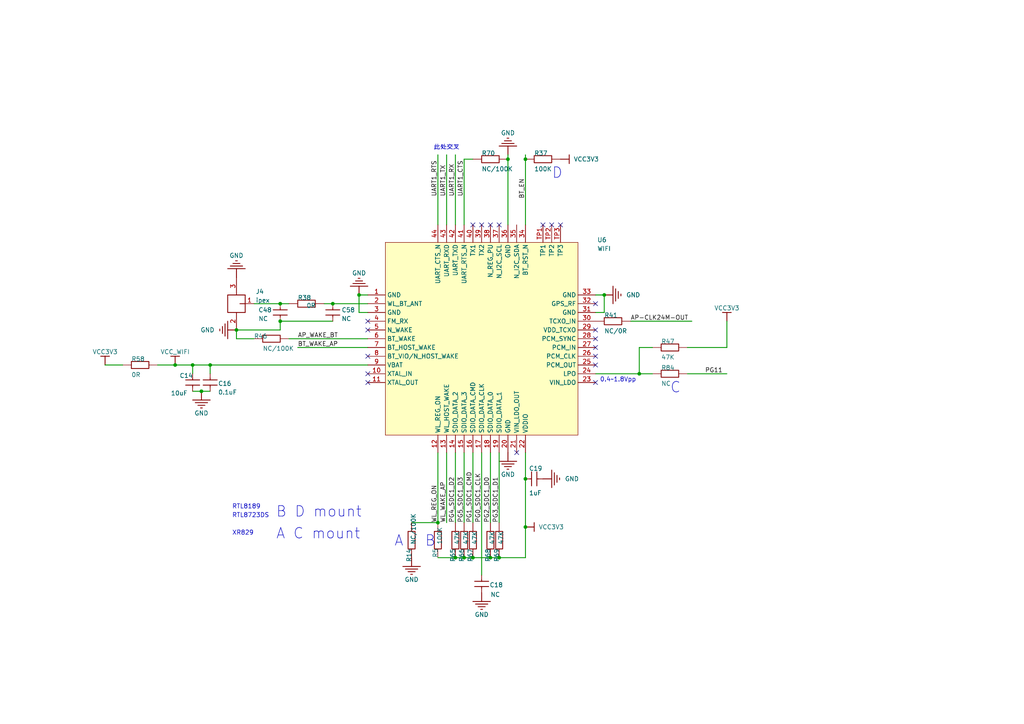
<source format=kicad_sch>
(kicad_sch (version 20211123) (generator eeschema)
  (paper "A4")
  (title_block (title "RF") (date "20211125") (rev "V1.5"))
  (lib_symbols
    (symbol "WIFI-BT-altium-import:0_AP6212"
      (property "Value" "0_AP6212" (at 0 0 0))
      (symbol "0_AP6212_1_0"
        (rectangle (start 55.88 55.88) (end 0 0) (fill (type background)))
        (pin passive line (at -5.08 40.64 0) (length 5.08) (name "GND") (number "1"))
        (pin passive line (at -5.08 17.78 0) (length 5.08) (name "XTAL_IN") (number "10"))
        (pin passive line (at -5.08 15.24 0) (length 5.08) (name "XTAL_OUT") (number "11"))
        (pin passive line (at 15.24 -5.08 90) (length 5.08) (name "WL_REG_ON") (number "12"))
        (pin passive line (at 17.78 -5.08 90) (length 5.08) (name "WL_HOST_WAKE") (number "13"))
        (pin passive line (at 20.32 -5.08 90) (length 5.08) (name "SDIO_DATA_2") (number "14"))
        (pin passive line (at 22.86 -5.08 90) (length 5.08) (name "SDIO_DATA_3") (number "15"))
        (pin passive line (at 25.4 -5.08 90) (length 5.08) (name "SDIO_DATA_CMD") (number "16"))
        (pin passive line (at 27.94 -5.08 90) (length 5.08) (name "SDIO_DATA_CLK") (number "17"))
        (pin passive line (at 30.48 -5.08 90) (length 5.08) (name "SDIO_DATA_0") (number "18"))
        (pin passive line (at 33.02 -5.08 90) (length 5.08) (name "SDIO_DATA_1") (number "19"))
        (pin passive line (at -5.08 38.1 0) (length 5.08) (name "WL_BT_ANT") (number "2"))
        (pin passive line (at 35.56 -5.08 90) (length 5.08) (name "GND") (number "20"))
        (pin passive line (at 38.1 -5.08 90) (length 5.08) (name "VIN_LDO_OUT") (number "21"))
        (pin passive line (at 40.64 -5.08 90) (length 5.08) (name "VDDIO") (number "22"))
        (pin passive line (at 60.96 15.24 180) (length 5.08) (name "VIN_LDO") (number "23"))
        (pin passive line (at 60.96 17.78 180) (length 5.08) (name "LPO") (number "24"))
        (pin passive line (at 60.96 20.32 180) (length 5.08) (name "PCM_OUT") (number "25"))
        (pin passive line (at 60.96 22.86 180) (length 5.08) (name "PCM_CLK") (number "26"))
        (pin passive line (at 60.96 25.4 180) (length 5.08) (name "PCM_IN") (number "27"))
        (pin passive line (at 60.96 27.94 180) (length 5.08) (name "PCM_SYNC") (number "28"))
        (pin passive line (at 60.96 30.48 180) (length 5.08) (name "VDD_TCXO") (number "29"))
        (pin passive line (at -5.08 35.56 0) (length 5.08) (name "GND") (number "3"))
        (pin passive line (at 60.96 33.02 180) (length 5.08) (name "TCXO_IN") (number "30"))
        (pin passive line (at 60.96 35.56 180) (length 5.08) (name "GND") (number "31"))
        (pin passive line (at 60.96 38.1 180) (length 5.08) (name "GPS_RF") (number "32"))
        (pin passive line (at 60.96 40.64 180) (length 5.08) (name "GND") (number "33"))
        (pin passive line (at 40.64 60.96 270) (length 5.08) (name "BT_RST_N") (number "34"))
        (pin passive line (at 38.1 60.96 270) (length 5.08) (name "N_I2C_SDA") (number "35"))
        (pin passive line (at 35.56 60.96 270) (length 5.08) (name "GND") (number "36"))
        (pin passive line (at 33.02 60.96 270) (length 5.08) (name "N_I2C_SCL") (number "37"))
        (pin passive line (at 30.48 60.96 270) (length 5.08) (name "N_REG_PU") (number "38"))
        (pin passive line (at 27.94 60.96 270) (length 5.08) (name "TX2") (number "39"))
        (pin passive line (at -5.08 33.02 0) (length 5.08) (name "FM_RX") (number "4"))
        (pin passive line (at 25.4 60.96 270) (length 5.08) (name "TX1") (number "40"))
        (pin passive line (at 22.86 60.96 270) (length 5.08) (name "UART_RTS_N") (number "41"))
        (pin passive line (at 20.32 60.96 270) (length 5.08) (name "UART_TXD") (number "42"))
        (pin passive line (at 17.78 60.96 270) (length 5.08) (name "UART_RXD") (number "43"))
        (pin passive line (at 15.24 60.96 270) (length 5.08) (name "UART_CTS_N") (number "44"))
        (pin passive line (at -5.08 30.48 0) (length 5.08) (name "N_WAKE") (number "5"))
        (pin passive line (at -5.08 27.94 0) (length 5.08) (name "BT_WAKE") (number "6"))
        (pin passive line (at -5.08 25.4 0) (length 5.08) (name "BT_HOST_WAKE") (number "7"))
        (pin passive line (at -5.08 22.86 0) (length 5.08) (name "BT_VIO/N_HOST_WAKE") (number "8"))
        (pin passive line (at -5.08 20.32 0) (length 5.08) (name "VBAT") (number "9"))
        (pin passive line (at 45.72 60.96 270) (length 5.08) (name "TP1") (number "TP1"))
        (pin passive line (at 48.26 60.96 270) (length 5.08) (name "TP2") (number "TP2"))
        (pin passive line (at 50.8 60.96 270) (length 5.08) (name "TP3") (number "TP3"))
      )
    )
    (symbol "WIFI-BT-altium-import:0_mirrored_MCX_IPEX"
      (property "Value" "0_mirrored_MCX_IPEX" (at 0 0 0))
      (symbol "0_mirrored_MCX_IPEX_1_0"
        (polyline (pts (xy 0 2.54) (xy -1.524 2.54)) (stroke (width 0.254)))
        (polyline (pts (xy 0 0) (xy 0 5.08) (xy -5.08 5.08) (xy -5.08 0) (xy 0 0)) (stroke (width 0.254)))
        (pin passive line (at 2.54 2.54 180) (length 2.54) (name "Signal") (number "1"))
        (pin power_in line (at -2.54 -5.08 90) (length 5.08) (name "GND") (number "2"))
        (pin power_in line (at -2.54 10.16 270) (length 5.08) (name "GND") (number "3"))
      )
    )
    (symbol "WIFI-BT-altium-import:0_mirrored_RES"
      (property "Value" "0_mirrored_RES" (at 0 0 0))
      (symbol "0_mirrored_RES_1_0"
        (rectangle (start -2.794 1.016) (end -7.874 -1.016) (stroke (width 0.254)))
        (pin passive line (at -0.254 0 180) (length 2.54) (name "1") (number "1"))
        (pin passive line (at -10.414 0 0) (length 2.54) (name "2") (number "2"))
      )
    )
    (symbol "WIFI-BT-altium-import:1_RES"
      (property "Value" "1_RES" (at 0 0 0))
      (symbol "1_RES_1_0"
        (rectangle (start 1.016 7.874) (end -1.016 2.794) (stroke (width 0.254)))
        (pin passive line (at 0 0.254 90) (length 2.54) (name "1") (number "1"))
        (pin passive line (at 0 10.414 270) (length 2.54) (name "2") (number "2"))
      )
    )
    (symbol "WIFI-BT-altium-import:2_CAP"
      (property "Value" "2_CAP" (at 0 0 0))
      (symbol "2_CAP_1_0"
        (polyline (pts (xy -2.032 0.762) (xy 2.032 0.762)) (stroke (width 0.254)))
        (polyline (pts (xy 0 -1.27) (xy 0 -0.762)) (stroke (width 0.254)))
        (polyline (pts (xy 0 0.762) (xy 0 1.27)) (stroke (width 0.254)))
        (polyline (pts (xy 2.032 -0.762) (xy -2.032 -0.762)) (stroke (width 0.254)))
        (pin passive line (at 0 -2.54 90) (length 1.27) (name "1") (number "1"))
        (pin passive line (at 0 2.54 270) (length 1.27) (name "2") (number "2"))
      )
    )
    (symbol "WIFI-BT-altium-import:2_RES"
      (property "Value" "2_RES" (at 0 0 0))
      (symbol "2_RES_1_0"
        (rectangle (start -2.794 1.016) (end -7.874 -1.016) (stroke (width 0.254)))
        (pin passive line (at -0.254 0 180) (length 2.54) (name "1") (number "1"))
        (pin passive line (at -10.414 0 0) (length 2.54) (name "2") (number "2"))
      )
    )
    (symbol "WIFI-BT-altium-import:2_mirrored_RES"
      (property "Value" "2_mirrored_RES" (at 0 0 0))
      (symbol "2_mirrored_RES_1_0"
        (rectangle (start 7.874 1.016) (end 2.794 -1.016) (stroke (width 0.254)))
        (pin passive line (at 0.254 0 0) (length 2.54) (name "1") (number "1"))
        (pin passive line (at 10.414 0 180) (length 2.54) (name "2") (number "2"))
      )
    )
    (symbol "WIFI-BT-altium-import:3_CAP"
      (property "Value" "3_CAP" (at 0 0 0))
      (symbol "3_CAP_1_0"
        (polyline (pts (xy -0.762 -2.032) (xy -0.762 2.032)) (stroke (width 0.254)))
        (polyline (pts (xy -0.762 0) (xy -1.27 0)) (stroke (width 0.254)))
        (polyline (pts (xy 0.762 2.032) (xy 0.762 -2.032)) (stroke (width 0.254)))
        (polyline (pts (xy 1.27 0) (xy 0.762 0)) (stroke (width 0.254)))
        (pin passive line (at 2.54 0 180) (length 1.27) (name "1") (number "1"))
        (pin passive line (at -2.54 0 0) (length 1.27) (name "2") (number "2"))
      )
    )
    (symbol "WIFI-BT-altium-import:GND" (power)
      (property "Reference" "#PWR" (at 0 0 0))
      (property "Value" "GND" (at 0 6.35 0))
      (symbol "GND_0_0"
        (polyline (pts (xy -2.54 -2.54) (xy 2.54 -2.54)) (stroke (width 0.254)))
        (polyline (pts (xy -1.778 -3.302) (xy 1.778 -3.302)) (stroke (width 0.254)))
        (polyline (pts (xy -1.016 -4.064) (xy 1.016 -4.064)) (stroke (width 0.254)))
        (polyline (pts (xy -0.254 -4.826) (xy 0.254 -4.826)) (stroke (width 0.254)))
        (polyline (pts (xy 0 0) (xy 0 -2.54)) (stroke (width 0.254)))
        (pin power_in line (at 0 0 0) (length 0) hide (name "GND") (number ""))
      )
    )
    (symbol "WIFI-BT-altium-import:VCC3V3" (power)
      (property "Reference" "#PWR" (at 0 0 0))
      (property "Value" "VCC3V3" (at 0 3.81 0))
      (symbol "VCC3V3_0_0"
        (polyline (pts (xy -1.27 -2.54) (xy 1.27 -2.54)) (stroke (width 0.254)))
        (polyline (pts (xy 0 0) (xy 0 -2.54)) (stroke (width 0.254)))
        (pin power_in line (at 0 0 0) (length 0) hide (name "VCC3V3") (number ""))
      )
    )
    (symbol "WIFI-BT-altium-import:VCC_WIFI" (power)
      (property "Reference" "#PWR" (at 0 0 0))
      (property "Value" "VCC_WIFI" (at 0 3.81 0))
      (symbol "VCC_WIFI_0_0"
        (polyline (pts (xy -1.27 -2.54) (xy 1.27 -2.54)) (stroke (width 0.254)))
        (polyline (pts (xy 0 0) (xy 0 -2.54)) (stroke (width 0.254)))
        (pin power_in line (at 0 0 0) (length 0) hide (name "VCC_WIFI") (number ""))
      )
    )
  )
  (junction (at 58.42 113.4872))
  (junction (at 60.96 105.8672))
  (junction (at 132.08 161.7472))
  (junction (at 55.88 105.8672))
  (junction (at 137.16 161.7472))
  (junction (at 96.52 88.0872))
  (junction (at 134.62 161.7472))
  (junction (at 50.8 105.8672))
  (junction (at 144.78 161.7472))
  (junction (at 185.42 108.4072))
  (junction (at 175.26 85.5472))
  (junction (at 68.58 95.7072))
  (junction (at 127 151.5872))
  (junction (at 147.32 46.1772))
  (junction (at 152.4 138.8872))
  (junction (at 152.4 46.1772))
  (junction (at 142.24 161.7472))
  (junction (at 81.28 93.1672))
  (junction (at 81.28 88.0872))
  (junction (at 104.14 85.5472))
  (junction (at 152.4 152.8572))
  (no_connect (at 172.72 100.7872))
  (no_connect (at 106.68 110.9472))
  (no_connect (at 172.72 98.2472))
  (no_connect (at 162.56 65.2272))
  (no_connect (at 106.68 108.4072))
  (no_connect (at 172.72 103.3272))
  (no_connect (at 142.24 65.2272))
  (no_connect (at 137.16 65.2272))
  (no_connect (at 157.48 65.2272))
  (no_connect (at 106.68 93.1672))
  (no_connect (at 144.78 65.2272))
  (no_connect (at 149.86 131.2672))
  (no_connect (at 172.72 95.7072))
  (no_connect (at 172.72 88.0872))
  (no_connect (at 139.7 65.2272))
  (no_connect (at 172.72 110.9472))
  (no_connect (at 106.68 103.3272))
  (no_connect (at 106.68 95.7072))
  (no_connect (at 160.02 65.2272))
  (no_connect (at 172.72 105.8672))
  (wire (pts (xy 172.72 108.4072) (xy 185.42 108.4072)) (stroke (width 0.254)))
  (wire (pts (xy 142.24 161.7472) (xy 144.78 161.7472)) (stroke (width 0.254)))
  (wire (pts (xy 134.62 161.7472) (xy 137.16 161.7472)) (stroke (width 0.254)))
  (wire (pts (xy 132.08 131.2672) (xy 132.08 151.5872)) (stroke (width 0.254)))
  (wire (pts (xy 139.7 131.2672) (xy 139.7 166.8272)) (stroke (width 0.254)))
  (wire (pts (xy 45.72 105.8672) (xy 50.8 105.8672)) (stroke (width 0.254)))
  (wire (pts (xy 106.68 85.5472) (xy 104.14 85.5472)) (stroke (width 0.254)))
  (wire (pts (xy 152.4 161.7472) (xy 152.4 152.8572)) (stroke (width 0.254)))
  (wire (pts (xy 104.14 85.5472) (xy 104.14 90.6272)) (stroke (width 0.254)))
  (wire (pts (xy 86.36 100.7872) (xy 106.68 100.7872)) (stroke (width 0.254)))
  (wire (pts (xy 142.24 131.2672) (xy 142.24 151.5872)) (stroke (width 0.254)))
  (wire (pts (xy 55.88 113.4872) (xy 58.42 113.4872)) (stroke (width 0.254)))
  (wire (pts (xy 189.23 100.7872) (xy 185.42 100.7872)) (stroke (width 0.254)))
  (wire (pts (xy 60.96 108.4072) (xy 60.96 105.8672)) (stroke (width 0.254)))
  (wire (pts (xy 96.52 88.0872) (xy 106.68 88.0872)) (stroke (width 0.254)))
  (wire (pts (xy 50.8 105.8672) (xy 55.88 105.8672)) (stroke (width 0.254)))
  (wire (pts (xy 127 151.5872) (xy 127 131.2672)) (stroke (width 0.254)))
  (wire (pts (xy 127 65.2272) (xy 127 44.9072)) (stroke (width 0.254)))
  (wire (pts (xy 104.14 90.6272) (xy 106.68 90.6272)) (stroke (width 0.254)))
  (wire (pts (xy 152.4 65.2272) (xy 152.4 46.1772)) (stroke (width 0.254)))
  (wire (pts (xy 83.82 88.0872) (xy 81.28 88.0872)) (stroke (width 0.254)))
  (wire (pts (xy 93.98 88.0872) (xy 96.52 88.0872)) (stroke (width 0.254)))
  (wire (pts (xy 58.42 113.4872) (xy 60.96 113.4872)) (stroke (width 0.254)))
  (wire (pts (xy 127 161.7472) (xy 132.08 161.7472)) (stroke (width 0.254)))
  (wire (pts (xy 81.28 93.1672) (xy 81.28 95.7072)) (stroke (width 0.254)))
  (wire (pts (xy 60.96 105.8672) (xy 106.68 105.8672)) (stroke (width 0.254)))
  (wire (pts (xy 172.72 90.6272) (xy 175.26 90.6272)) (stroke (width 0.254)))
  (wire (pts (xy 182.88 93.1672) (xy 200.66 93.1672)) (stroke (width 0.254)))
  (wire (pts (xy 144.78 131.2672) (xy 144.78 151.5872)) (stroke (width 0.254)))
  (wire (pts (xy 144.78 161.7472) (xy 152.4 161.7472)) (stroke (width 0.254)))
  (wire (pts (xy 134.62 131.2672) (xy 134.62 151.5872)) (stroke (width 0.254)))
  (wire (pts (xy 175.26 85.5472) (xy 172.72 85.5472)) (stroke (width 0.254)))
  (wire (pts (xy 68.58 98.2472) (xy 68.58 95.7072)) (stroke (width 0.254)))
  (wire (pts (xy 132.08 65.2272) (xy 132.08 44.9072)) (stroke (width 0.254)))
  (wire (pts (xy 83.82 98.2472) (xy 106.68 98.2472)) (stroke (width 0.254)))
  (wire (pts (xy 152.4 46.1772) (xy 152.4 44.9072)) (stroke (width 0.254)))
  (wire (pts (xy 96.52 93.1672) (xy 81.28 93.1672)) (stroke (width 0.254)))
  (wire (pts (xy 119.38 151.5872) (xy 127 151.5872)) (stroke (width 0.254)))
  (wire (pts (xy 175.26 90.6272) (xy 175.26 85.5472)) (stroke (width 0.254)))
  (wire (pts (xy 185.42 100.7872) (xy 185.42 108.4072)) (stroke (width 0.254)))
  (wire (pts (xy 73.66 98.2472) (xy 68.58 98.2472)) (stroke (width 0.254)))
  (wire (pts (xy 137.16 131.2672) (xy 137.16 151.5872)) (stroke (width 0.254)))
  (wire (pts (xy 147.32 65.2272) (xy 147.32 46.1772)) (stroke (width 0.254)))
  (wire (pts (xy 81.28 95.7072) (xy 68.58 95.7072)) (stroke (width 0.254)))
  (wire (pts (xy 55.88 108.4072) (xy 55.88 105.8672)) (stroke (width 0.254)))
  (wire (pts (xy 129.54 65.2272) (xy 129.54 44.9072)) (stroke (width 0.254)))
  (wire (pts (xy 199.39 100.7872) (xy 210.82 100.7872)) (stroke (width 0.254)))
  (wire (pts (xy 129.54 131.2672) (xy 129.54 151.5872)) (stroke (width 0.254)))
  (wire (pts (xy 152.4 152.8572) (xy 152.4 138.8872)) (stroke (width 0.254)))
  (wire (pts (xy 55.88 105.8672) (xy 60.96 105.8672)) (stroke (width 0.254)))
  (wire (pts (xy 81.28 88.0872) (xy 73.66 88.0872)) (stroke (width 0.254)))
  (wire (pts (xy 134.62 46.1772) (xy 137.16 46.1772)) (stroke (width 0.254)))
  (wire (pts (xy 147.32 46.1772) (xy 147.32 44.9072)) (stroke (width 0.254)))
  (wire (pts (xy 185.42 108.4072) (xy 189.23 108.4072)) (stroke (width 0.254)))
  (wire (pts (xy 35.56 105.8672) (xy 30.48 105.8672)) (stroke (width 0.254)))
  (wire (pts (xy 152.4 138.8872) (xy 152.4 131.2672)) (stroke (width 0.254)))
  (wire (pts (xy 210.82 100.7872) (xy 210.82 93.1672)) (stroke (width 0.254)))
  (wire (pts (xy 132.08 161.7472) (xy 134.62 161.7472)) (stroke (width 0.254)))
  (wire (pts (xy 137.16 161.7472) (xy 142.24 161.7472)) (stroke (width 0.254)))
  (wire (pts (xy 134.62 65.2272) (xy 134.62 46.1772)) (stroke (width 0.254)))
  (wire (pts (xy 199.39 108.4072) (xy 210.82 108.4072)) (stroke (width 0.254)))
  (text "D" (at 160.02 52.07 180) (effects (font (size 3.048 3.048)) (justify left bottom)))
  (text "B" (at 123.19 158.75 180) (effects (font (size 3.048 3.048)) (justify left bottom)))
  (text "0.4~1.8Vpp" (at 173.99 110.9472 180) (effects (font (size 1.27 1.27)) (justify left bottom)))
  (text "B D mount" (at 80.01 150.3172 180) (effects (font (size 3.048 3.048)) (justify left bottom)))
  (text "XR829" (at 67.31 155.3972 180) (effects (font (size 1.27 1.27)) (justify left bottom)))
  (text "RTL8189" (at 67.31 147.7772 180) (effects (font (size 1.27 1.27)) (justify left bottom)))
  (text "C" (at 194.31 114.3 180) (effects (font (size 3.048 3.048)) (justify left bottom)))
  (text "此处交叉" (at 125.73 43.6372 180) (effects (font (size 1.27 1.27)) (justify left bottom)))
  (text "RTL8723DS" (at 67.31 150.3172 180) (effects (font (size 1.27 1.27)) (justify left bottom)))
  (text "A" (at 114.3 158.75 180) (effects (font (size 3.048 3.048)) (justify left bottom)))
  (text "A C mount" (at 80.01 156.6672 180) (effects (font (size 3.048 3.048)) (justify left bottom)))
  (label "UART1_TX" (at 129.54 56.9722 90))
  (label "UART1_RTS" (at 127 56.9722 90))
  (label "BT_WAKE_AP" (at 86.36 100.7872 0))
  (label "UART1_CTS" (at 134.62 56.9722 90))
  (label "PG1_SDC1_CMD" (at 137.16 151.5872 90))
  (label "UART1_RX" (at 132.08 56.9722 90))
  (label "PG11" (at 204.47 108.4072 0))
  (label "WL_REG_ON" (at 127 151.5872 90))
  (label "PG5_SDC1_D3" (at 134.62 151.5872 90))
  (label "AP-CLK24M-OUT" (at 182.88 93.1672 0))
  (label "WL_WAKE_AP" (at 129.54 151.5872 90))
  (label "PG0_SDC1_CLK" (at 139.7 151.5872 90))
  (label "AP_WAKE_BT" (at 86.36 98.2472 0))
  (label "PG2_SDC1_D0" (at 142.24 151.5872 90))
  (label "PG4_SDC1_D2" (at 132.08 151.5872 90))
  (label "BT_EN" (at 152.4 57.6072 90))
  (label "PG3_SDC1_D1" (at 144.78 151.5872 90))
  (symbol (lib_id "WIFI-BT-altium-import:2_CAP") (at 139.7 169.3672 0) (unit 1)
    (property "Reference" "C18" (at 141.986 170.3832 0) (effects (justify left bottom)))
    (property "Value" "NC" (at 142.24 173.1772 0) (effects (justify left bottom)))
    (property "Footprint" "C0402" (effects hide))
  )
  (symbol (lib_id "WIFI-BT-altium-import:1_RES") (at 119.38 162.0012 0) (unit 1)
    (property "Reference" "R14" (at 119.38 163.0172 90) (effects (justify left bottom)))
    (property "Value" "NC/100K" (at 120.65 157.9372 90) (effects (justify left bottom)))
    (property "Footprint" "R0402" (effects hide))
  )
  (symbol (lib_id "WIFI-BT-altium-import:VCC3V3") (at 152.4 152.8572 90) (unit 1)
    (property "Reference" "#PWR?" (effects hide))
    (property "Value" "VCC3V3" (at 156.21 152.8572 90) (effects (justify right)))
  )
  (symbol (lib_id "WIFI-BT-altium-import:0_mirrored_RES") (at 199.644 108.4072 0) (unit 1)
    (property "Reference" "R84" (at 191.77 107.3912 0) (effects (justify left bottom)))
    (property "Value" "NC" (at 191.77 111.9632 0) (effects (justify left bottom)))
    (property "Footprint" "R0402" (effects hide))
  )
  (symbol (lib_id "WIFI-BT-altium-import:2_CAP") (at 96.52 90.6272 0) (unit 1)
    (property "Reference" "C58" (at 99.06 90.6272 0) (effects (justify left bottom)))
    (property "Value" "NC" (at 99.06 93.1672 0) (effects (justify left bottom)))
    (property "Footprint" "C0402" (effects hide))
  )
  (symbol (lib_id "WIFI-BT-altium-import:GND") (at 68.58 95.7072 270) (unit 1)
    (property "Reference" "#PWR?" (effects hide))
    (property "Value" "GND" (at 62.23 95.7072 90) (effects (justify right)))
  )
  (symbol (lib_id "WIFI-BT-altium-import:1_RES") (at 142.24 162.0012 0) (unit 1)
    (property "Reference" "R68" (at 142.24 163.0172 90) (effects (justify left bottom)))
    (property "Value" "47K" (at 143.51 157.9372 90) (effects (justify left bottom)))
    (property "Footprint" "R0402" (effects hide))
  )
  (symbol (lib_id "WIFI-BT-altium-import:GND") (at 68.58 80.4672 180) (unit 1)
    (property "Reference" "#PWR?" (effects hide))
    (property "Value" "GND" (at 68.58 74.1172 0))
  )
  (symbol (lib_id "WIFI-BT-altium-import:VCC3V3") (at 30.48 105.8672 180) (unit 1)
    (property "Reference" "#PWR?" (effects hide))
    (property "Value" "VCC3V3" (at 30.48 102.0572 0))
  )
  (symbol (lib_id "WIFI-BT-altium-import:1_RES") (at 134.62 162.0012 0) (unit 1)
    (property "Reference" "R66" (at 134.62 163.0172 90) (effects (justify left bottom)))
    (property "Value" "47K" (at 135.89 157.9372 90) (effects (justify left bottom)))
    (property "Footprint" "R0402" (effects hide))
  )
  (symbol (lib_id "WIFI-BT-altium-import:2_RES") (at 84.074 98.2472 0) (unit 1)
    (property "Reference" "R46" (at 73.66 98.2472 0) (effects (justify left bottom)))
    (property "Value" "NC/100K" (at 76.2 101.8032 0) (effects (justify left bottom)))
    (property "Footprint" "R0402" (effects hide))
  )
  (symbol (lib_id "WIFI-BT-altium-import:VCC_WIFI") (at 50.8 105.8672 180) (unit 1)
    (property "Reference" "#PWR?" (effects hide))
    (property "Value" "VCC_WIFI" (at 50.8 102.0572 0))
  )
  (symbol (lib_id "WIFI-BT-altium-import:0_mirrored_RES") (at 162.814 46.1772 0) (unit 1)
    (property "Reference" "R37" (at 154.94 45.1612 0) (effects (justify left bottom)))
    (property "Value" "100K" (at 154.94 49.7332 0) (effects (justify left bottom)))
    (property "Footprint" "R0402" (effects hide))
  )
  (symbol (lib_id "WIFI-BT-altium-import:GND") (at 139.7 171.9072 0) (unit 1)
    (property "Reference" "#PWR?" (effects hide))
    (property "Value" "GND" (at 139.7 178.2572 0))
  )
  (symbol (lib_id "WIFI-BT-altium-import:GND") (at 175.26 85.5472 90) (unit 1)
    (property "Reference" "#PWR?" (effects hide))
    (property "Value" "GND" (at 181.61 85.5472 90) (effects (justify right)))
  )
  (symbol (lib_id "WIFI-BT-altium-import:2_CAP") (at 81.28 90.6272 0) (unit 1)
    (property "Reference" "C48" (at 74.93 90.6272 0) (effects (justify left bottom)))
    (property "Value" "NC" (at 74.93 93.1672 0) (effects (justify left bottom)))
    (property "Footprint" "C0402" (effects hide))
  )
  (symbol (lib_id "WIFI-BT-altium-import:VCC3V3") (at 162.56 46.1772 90) (unit 1)
    (property "Reference" "#PWR?" (effects hide))
    (property "Value" "VCC3V3" (at 166.37 46.1772 90) (effects (justify right)))
  )
  (symbol (lib_id "WIFI-BT-altium-import:GND") (at 119.38 161.7472 0) (unit 1)
    (property "Reference" "#PWR?" (effects hide))
    (property "Value" "GND" (at 119.38 168.0972 0))
  )
  (symbol (lib_id "WIFI-BT-altium-import:0_AP6212") (at 111.76 126.1872 0) (unit 1)
    (property "Reference" "U6" (at 173.228 70.3072 0) (effects (justify left bottom)))
    (property "Value" "WIFI" (at 173.228 72.8472 0) (effects (justify left bottom)))
    (property "Footprint" "AP6212" (effects hide))
  )
  (symbol (lib_id "WIFI-BT-altium-import:2_CAP") (at 60.96 110.9472 0) (unit 1)
    (property "Reference" "C16" (at 63.246 111.9632 0) (effects (justify left bottom)))
    (property "Value" "0.1uF" (at 63.246 114.5032 0) (effects (justify left bottom)))
    (property "Footprint" "C0402" (effects hide))
  )
  (symbol (lib_id "WIFI-BT-altium-import:1_RES") (at 137.16 162.0012 0) (unit 1)
    (property "Reference" "R67" (at 137.16 163.0172 90) (effects (justify left bottom)))
    (property "Value" "47K" (at 138.43 157.9372 90) (effects (justify left bottom)))
    (property "Footprint" "R0402" (effects hide))
  )
  (symbol (lib_id "WIFI-BT-altium-import:2_CAP") (at 55.88 110.9472 0) (unit 1)
    (property "Reference" "C14" (at 52.07 109.6772 0) (effects (justify left bottom)))
    (property "Value" "10uF" (at 49.53 114.7572 0) (effects (justify left bottom)))
    (property "Footprint" "C0402" (effects hide))
  )
  (symbol (lib_id "WIFI-BT-altium-import:2_RES") (at 94.234 88.0872 0) (unit 1)
    (property "Reference" "R38" (at 86.36 87.0712 0) (effects (justify left bottom)))
    (property "Value" "0R" (at 88.9 89.3572 0) (effects (justify left bottom)))
    (property "Footprint" "R0402" (effects hide))
  )
  (symbol (lib_id "WIFI-BT-altium-import:2_RES") (at 45.974 105.8672 0) (unit 1)
    (property "Reference" "R58" (at 38.1 104.8512 0) (effects (justify left bottom)))
    (property "Value" "0R" (at 38.1 109.4232 0) (effects (justify left bottom)))
    (property "Footprint" "R0402" (effects hide))
  )
  (symbol (lib_id "WIFI-BT-altium-import:3_CAP") (at 154.94 138.8872 0) (unit 1)
    (property "Reference" "C19" (at 153.416 136.6012 0) (effects (justify left bottom)))
    (property "Value" "1uF" (at 153.416 143.7132 0) (effects (justify left bottom)))
    (property "Footprint" "C0402" (effects hide))
  )
  (symbol (lib_id "WIFI-BT-altium-import:0_mirrored_RES") (at 147.574 46.1772 0) (unit 1)
    (property "Reference" "R70" (at 139.7 45.1612 0) (effects (justify left bottom)))
    (property "Value" "NC/100K" (at 139.7 49.7332 0) (effects (justify left bottom)))
    (property "Footprint" "R0402" (effects hide))
  )
  (symbol (lib_id "WIFI-BT-altium-import:GND") (at 147.32 44.9072 180) (unit 1)
    (property "Reference" "#PWR?" (effects hide))
    (property "Value" "GND" (at 147.32 38.5572 0))
  )
  (symbol (lib_id "WIFI-BT-altium-import:2_mirrored_RES") (at 188.976 100.7872 0) (unit 1)
    (property "Reference" "R47" (at 191.77 99.7712 0) (effects (justify left bottom)))
    (property "Value" "47K" (at 191.77 104.3432 0) (effects (justify left bottom)))
    (property "Footprint" "R0402" (effects hide))
  )
  (symbol (lib_id "WIFI-BT-altium-import:GND") (at 58.42 113.4872 0) (unit 1)
    (property "Reference" "#PWR?" (effects hide))
    (property "Value" "GND" (at 58.42 119.8372 0))
  )
  (symbol (lib_id "WIFI-BT-altium-import:GND") (at 157.48 138.8872 90) (unit 1)
    (property "Reference" "#PWR?" (effects hide))
    (property "Value" "GND" (at 163.83 138.8872 90) (effects (justify right)))
  )
  (symbol (lib_id "WIFI-BT-altium-import:1_RES") (at 132.08 162.0012 0) (unit 1)
    (property "Reference" "R65" (at 132.08 163.0172 90) (effects (justify left bottom)))
    (property "Value" "47K" (at 133.35 157.9372 90) (effects (justify left bottom)))
    (property "Footprint" "R0402" (effects hide))
  )
  (symbol (lib_id "WIFI-BT-altium-import:0_mirrored_MCX_IPEX") (at 71.12 90.6272 0) (unit 1)
    (property "Reference" "J4" (at 74.168 85.2932 0) (effects (justify left bottom)))
    (property "Value" "ipex" (at 74.168 87.8332 0) (effects (justify left bottom)))
    (property "Footprint" "I-PEX SOCKET" (effects hide))
  )
  (symbol (lib_id "WIFI-BT-altium-import:2_RES") (at 183.134 93.1672 0) (unit 1)
    (property "Reference" "R41" (at 175.26 92.1512 0) (effects (justify left bottom)))
    (property "Value" "NC/0R" (at 175.26 96.7232 0) (effects (justify left bottom)))
    (property "Footprint" "R0402" (effects hide))
  )
  (symbol (lib_id "WIFI-BT-altium-import:GND") (at 147.32 131.2672 0) (unit 1)
    (property "Reference" "#PWR?" (effects hide))
    (property "Value" "GND" (at 147.32 137.6172 0))
  )
  (symbol (lib_id "WIFI-BT-altium-import:1_RES") (at 127 162.0012 0) (unit 1)
    (property "Reference" "R5" (at 127 161.7472 90) (effects (justify left bottom)))
    (property "Value" "100K" (at 128.27 157.9372 90) (effects (justify left bottom)))
    (property "Footprint" "R0402" (effects hide))
  )
  (symbol (lib_id "WIFI-BT-altium-import:VCC3V3") (at 210.82 93.1672 180) (unit 1)
    (property "Reference" "#PWR?" (effects hide))
    (property "Value" "VCC3V3" (at 210.82 89.3572 0))
  )
  (symbol (lib_id "WIFI-BT-altium-import:GND") (at 104.14 85.5472 180) (unit 1)
    (property "Reference" "#PWR?" (effects hide))
    (property "Value" "GND" (at 104.14 79.1972 0))
  )
  (symbol (lib_id "WIFI-BT-altium-import:1_RES") (at 144.78 162.0012 0) (unit 1)
    (property "Reference" "R69" (at 144.78 163.0172 90) (effects (justify left bottom)))
    (property "Value" "47K" (at 146.05 157.9372 90) (effects (justify left bottom)))
    (property "Footprint" "R0402" (effects hide))
  )
)
</source>
